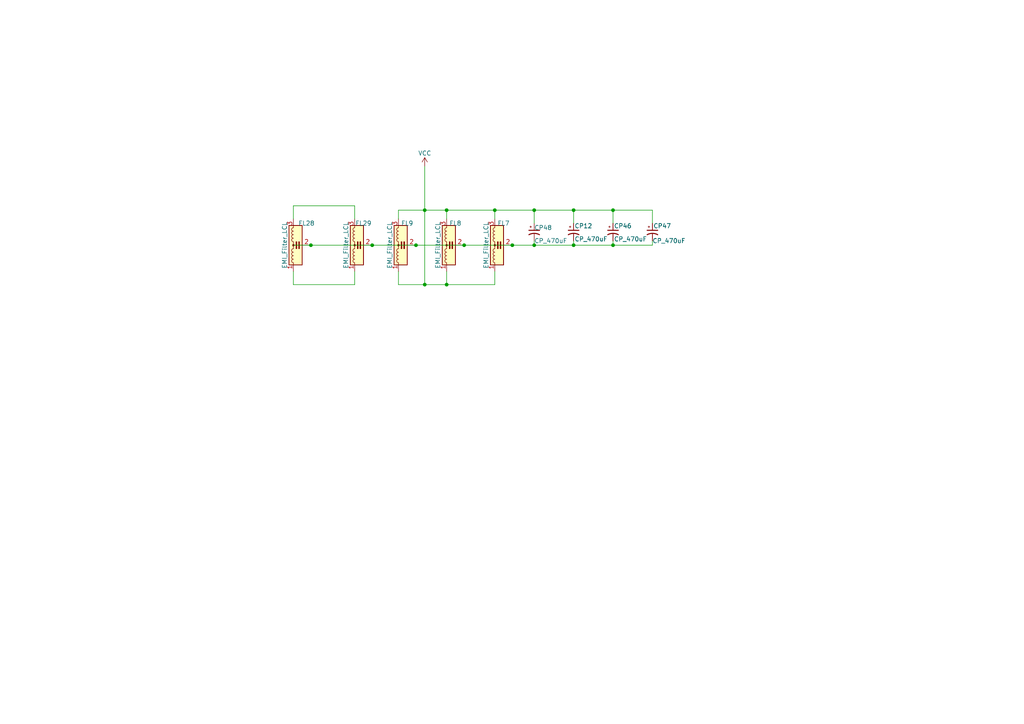
<source format=kicad_sch>
(kicad_sch (version 20211123) (generator eeschema)
  (paper "A4")
  (lib_symbols
    (symbol "Device:CP1_Small" (pin_numbers hide) (pin_names (offset 0.254) hide)
      (property "Reference" "C" (at 0.254 1.778 0))
      (property "Value" "Device_CP1_Small" (at 0.254 -2.032 0))
      (symbol "CP1_Small_0_1"
        (polyline (pts (xy -1.524 0.508) (xy 1.524 0.508)) (stroke (width 0.3048)))
        (polyline (pts (xy -1.27 1.524) (xy -0.762 1.524)))
        (polyline (pts (xy -1.016 1.27) (xy -1.016 1.778)))
        (arc (start 1.524 -0.762) (mid 0 -0.3734) (end -1.524 -0.762) (stroke (width 0.3048)))
      )
      (symbol "CP1_Small_1_1"
        (pin passive line (at 0 2.54 270) (length 2.032) (name "~") (number "1"))
        (pin passive line (at 0 -2.54 90) (length 2.032) (name "~") (number "2"))
      )
    )
    (symbol "Device:EMI_Filter_LCL" (pin_names (offset 0.254) hide)
      (property "Reference" "FL" (at 0 6.985 0))
      (property "Value" "Device_EMI_Filter_LCL" (at 0 5.08 0))
      (symbol "EMI_Filter_LCL_0_1"
        (rectangle (start -5.715 3.81) (end 5.715 0) (stroke (width 0.254)) (fill (type background)))
        (arc (start -4.064 2.54) (mid -4.572 3.048) (end -5.08 2.54))
        (arc (start -3.048 2.54) (mid -3.556 3.048) (end -4.064 2.54))
        (arc (start -2.032 2.54) (mid -2.54 3.048) (end -3.048 2.54))
        (rectangle (start -1.016 0.762) (end 1.016 1.016) (fill (type outline)))
        (arc (start -1.016 2.54) (mid -1.524 3.048) (end -2.032 2.54))
        (polyline (pts (xy -1.016 2.54) (xy 1.016 2.54)))
        (polyline (pts (xy 0 0.762) (xy 0 0)))
        (polyline (pts (xy 0 2.54) (xy 0 1.778)))
        (circle (center 0 2.54) (radius 0.254) (fill (type outline)))
        (rectangle (start 1.016 1.524) (end -1.016 1.778) (fill (type outline)))
        (arc (start 2.032 2.54) (mid 1.524 3.048) (end 1.016 2.54))
        (arc (start 3.048 2.54) (mid 2.54 3.048) (end 2.032 2.54))
        (arc (start 4.064 2.54) (mid 3.556 3.048) (end 3.048 2.54))
        (arc (start 5.08 2.54) (mid 4.572 3.048) (end 4.064 2.54))
      )
      (symbol "EMI_Filter_LCL_1_1"
        (pin passive line (at -7.62 2.54 0) (length 2.54) (name "1") (number "1"))
        (pin passive line (at 0 -2.54 90) (length 2.54) (name "2") (number "2"))
        (pin passive line (at 7.62 2.54 180) (length 2.54) (name "3") (number "3"))
      )
    )
    (symbol "power:VCC" (power) (pin_names (offset 0))
      (property "Value" "VCC" (at 0 3.81 0))
      (symbol "VCC_0_1"
        (polyline (pts (xy -0.762 1.27) (xy 0 2.54)))
        (polyline (pts (xy 0 0) (xy 0 2.54)))
        (polyline (pts (xy 0 2.54) (xy 0.762 1.27)))
      )
      (symbol "VCC_1_1"
        (pin power_in line (at 0 0 90) (length 0) hide (name "VCC") (number "1"))
      )
    )
  )
  (junction (at 166.37 60.96))
  (junction (at 143.51 60.96))
  (junction (at 123.19 60.96))
  (junction (at 134.62 71.12))
  (junction (at 177.8 71.12))
  (junction (at 148.59 71.12))
  (junction (at 123.19 82.55))
  (junction (at 166.37 71.12))
  (junction (at 154.94 60.96))
  (junction (at 129.54 60.96))
  (junction (at 107.95 71.12))
  (junction (at 177.8 60.96))
  (junction (at 120.65 71.12))
  (junction (at 90.17 71.12))
  (junction (at 129.54 82.55))
  (junction (at 154.94 71.12))
  (wire (pts (xy 102.87 82.55) (xy 102.87 78.74)))
  (wire (pts (xy 134.62 71.12) (xy 148.59 71.12)))
  (wire (pts (xy 177.8 69.85) (xy 177.8 71.12)))
  (wire (pts (xy 123.19 82.55) (xy 129.54 82.55)))
  (wire (pts (xy 85.09 71.12) (xy 90.17 71.12)))
  (wire (pts (xy 129.54 78.74) (xy 129.54 82.55)))
  (wire (pts (xy 123.19 60.96) (xy 129.54 60.96)))
  (wire (pts (xy 189.23 60.96) (xy 189.23 64.77)))
  (wire (pts (xy 143.51 82.55) (xy 143.51 78.74)))
  (wire (pts (xy 102.87 59.69) (xy 102.87 63.5)))
  (wire (pts (xy 107.95 71.12) (xy 120.65 71.12)))
  (wire (pts (xy 129.54 63.5) (xy 129.54 60.96)))
  (wire (pts (xy 129.54 60.96) (xy 143.51 60.96)))
  (wire (pts (xy 115.57 60.96) (xy 123.19 60.96)))
  (wire (pts (xy 177.8 60.96) (xy 189.23 60.96)))
  (wire (pts (xy 154.94 69.85) (xy 154.94 71.12)))
  (wire (pts (xy 115.57 63.5) (xy 115.57 60.96)))
  (wire (pts (xy 143.51 60.96) (xy 154.94 60.96)))
  (wire (pts (xy 85.09 78.74) (xy 85.09 82.55)))
  (wire (pts (xy 166.37 60.96) (xy 177.8 60.96)))
  (wire (pts (xy 115.57 82.55) (xy 123.19 82.55)))
  (wire (pts (xy 120.65 71.12) (xy 134.62 71.12)))
  (wire (pts (xy 115.57 78.74) (xy 115.57 82.55)))
  (wire (pts (xy 85.09 59.69) (xy 102.87 59.69)))
  (wire (pts (xy 85.09 82.55) (xy 102.87 82.55)))
  (wire (pts (xy 154.94 64.77) (xy 154.94 60.96)))
  (wire (pts (xy 143.51 63.5) (xy 143.51 60.96)))
  (wire (pts (xy 189.23 71.12) (xy 189.23 69.85)))
  (wire (pts (xy 177.8 71.12) (xy 189.23 71.12)))
  (wire (pts (xy 177.8 60.96) (xy 177.8 64.77)))
  (wire (pts (xy 85.09 63.5) (xy 85.09 59.69)))
  (wire (pts (xy 123.19 82.55) (xy 123.19 60.96)))
  (wire (pts (xy 123.19 48.26) (xy 123.19 60.96)))
  (wire (pts (xy 148.59 71.12) (xy 154.94 71.12)))
  (wire (pts (xy 90.17 71.12) (xy 107.95 71.12)))
  (wire (pts (xy 166.37 64.77) (xy 166.37 60.96)))
  (wire (pts (xy 166.37 71.12) (xy 154.94 71.12)))
  (wire (pts (xy 166.37 71.12) (xy 177.8 71.12)))
  (wire (pts (xy 129.54 82.55) (xy 143.51 82.55)))
  (wire (pts (xy 166.37 69.85) (xy 166.37 71.12)))
  (wire (pts (xy 154.94 60.96) (xy 166.37 60.96)))
  (symbol (lib_id "Device:EMI_Filter_LCL") (at 87.63 71.12 90) (unit 1)
    (property "Reference" "FL28" (at 88.9 64.77 90))
    (property "Value" "EMI_Filter_LCL" (at 82.55 71.12 0))
    (property "Datasheet" "http://www.murata.com/~/media/webrenewal/support/library/catalog/products/emc/emifil/c31e.ashx?la=en-gb" (effects hide))
  )
  (symbol (lib_id "Device:CP1_Small") (at 177.8 67.31 0) (unit 1)
    (property "Reference" "CP46" (at 178.054 65.532 0) (effects (justify left)))
    (property "Value" "CP_470uF" (at 178.054 69.342 0) (effects (justify left)))
  )
  (symbol (lib_id "Device:CP1_Small") (at 166.37 67.31 0) (unit 1)
    (property "Reference" "CP12" (at 166.624 65.532 0) (effects (justify left)))
    (property "Value" "CP_470uF" (at 166.624 69.342 0) (effects (justify left)))
  )
  (symbol (lib_id "Device:EMI_Filter_LCL") (at 132.08 71.12 90) (unit 1)
    (property "Reference" "FL8" (at 132.08 64.77 90))
    (property "Value" "EMI_Filter_LCL" (at 127 71.12 0))
    (property "Datasheet" "http://www.murata.com/~/media/webrenewal/support/library/catalog/products/emc/emifil/c31e.ashx?la=en-gb" (effects hide))
  )
  (symbol (lib_id "Device:CP1_Small") (at 189.23 67.31 0) (unit 1)
    (property "Reference" "CP47" (at 189.484 65.532 0) (effects (justify left)))
    (property "Value" "CP_470uF" (at 189.23 69.85 0) (effects (justify left)))
  )
  (symbol (lib_id "power:VCC") (at 123.19 48.26 0) (unit 1)
    (property "Reference" "#PWR0126" (effects hide))
    (property "Value" "VCC" (at 123.19 44.45 0))
  )
  (symbol (lib_id "Device:EMI_Filter_LCL") (at 118.11 71.12 90) (unit 1)
    (property "Reference" "FL9" (at 118.11 64.77 90))
    (property "Value" "EMI_Filter_LCL" (at 113.03 71.12 0))
    (property "Datasheet" "http://www.murata.com/~/media/webrenewal/support/library/catalog/products/emc/emifil/c31e.ashx?la=en-gb" (effects hide))
  )
  (symbol (lib_id "Device:EMI_Filter_LCL") (at 105.41 71.12 90) (unit 1)
    (property "Reference" "FL29" (at 105.41 64.77 90))
    (property "Value" "EMI_Filter_LCL" (at 100.33 71.12 0))
    (property "Datasheet" "http://www.murata.com/~/media/webrenewal/support/library/catalog/products/emc/emifil/c31e.ashx?la=en-gb" (effects hide))
  )
  (symbol (lib_id "Device:CP1_Small") (at 154.94 67.31 0) (unit 1)
    (property "Reference" "CP48" (at 154.94 66.04 0) (effects (justify left)))
    (property "Value" "CP_470uF" (at 154.94 69.85 0) (effects (justify left)))
  )
  (symbol (lib_id "Device:EMI_Filter_LCL") (at 146.05 71.12 90) (unit 1)
    (property "Reference" "FL7" (at 146.05 64.77 90))
    (property "Value" "EMI_Filter_LCL" (at 140.97 71.12 0))
    (property "Datasheet" "http://www.murata.com/~/media/webrenewal/support/library/catalog/products/emc/emifil/c31e.ashx?la=en-gb" (effects hide))
  )
)
</source>
